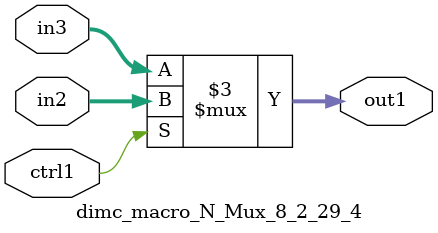
<source format=v>

`timescale 1ps / 1ps


module dimc_macro_N_Mux_8_2_29_4( in3, in2, ctrl1, out1 );

    input [7:0] in3;
    input [7:0] in2;
    input ctrl1;
    output [7:0] out1;
    reg [7:0] out1;

    
    // rtl_process:dimc_macro_N_Mux_8_2_29_4/dimc_macro_N_Mux_8_2_29_4_thread_1
    always @*
      begin : dimc_macro_N_Mux_8_2_29_4_thread_1
        case (ctrl1) 
          1'b1: 
            begin
              out1 = in2;
            end
          default: 
            begin
              out1 = in3;
            end
        endcase
      end

endmodule



</source>
